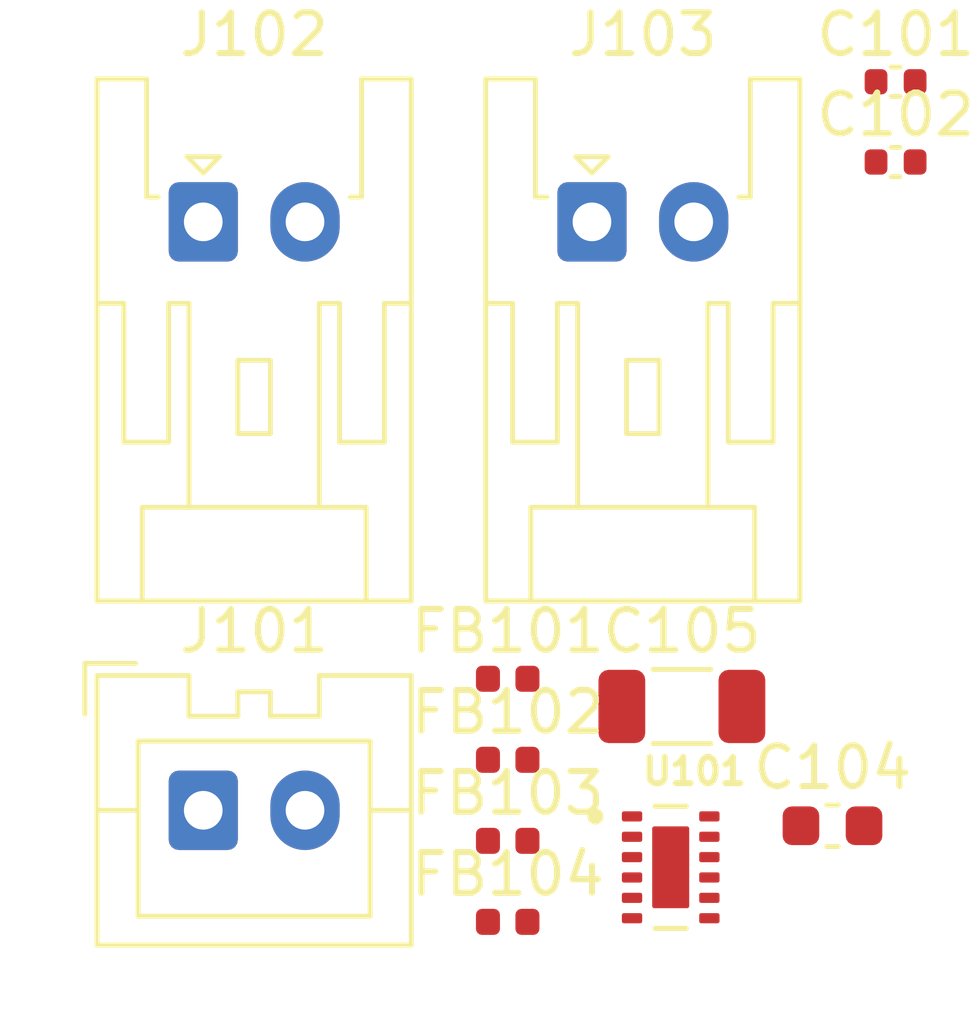
<source format=kicad_pcb>
(kicad_pcb (version 20240108) (generator "pcbnew") (generator_version "8.0")
  (layers (0 "F.Cu" signal) (31 "B.Cu" signal) (34 "B.Paste" user) (35 "F.Paste" user) (36 "B.SilkS" user "B.Silkscreen") (37 "F.SilkS" user "F.Silkscreen") (38 "B.Mask" user) (39 "F.Mask" user) (44 "Edge.Cuts" user))
  (net 0 "")
  (net 1 "GND")
  (net 2 "Net-(J101-Pin_1)")
  (net 3 "/VDD")
  (net 4 "Net-(J102-Pin_1)")
  (net 5 "AOUT1")
  (net 6 "Net-(J102-Pin_2)")
  (net 7 "AOUT2")
  (net 8 "Net-(J103-Pin_1)")
  (net 9 "BOUT1")
  (net 10 "Net-(J103-Pin_2)")
  (net 11 "BOUT2")
  (net 12 "/BIN1")
  (net 13 "/BIN2")
  (net 14 "/AIN2")
  (net 15 "/AIN1")
  (footprint "Capacitor_SMD:C_1206_3216Metric" (layer "F.Cu") (at 148.095 99.26)
    (property "Reference" "C105" (at 0 -1.85 0) (layer "F.SilkS"))
    (property "Value" "100u")
    (fp_line (start -0.711252 -0.91) (end 0.711252 -0.91) (stroke (width 0.12)) (layer "F.SilkS"))
    (fp_line (start -0.711252 0.91) (end 0.711252 0.91) (stroke (width 0.12)) (layer "F.SilkS"))
    (pad "1" smd roundrect (at -1.475 0) (size 1.15 1.8) (layers "F.Cu" "F.Paste" "F.Mask") (roundrect_rratio 0.217391) (net 2 "Net-(J101-Pin_1)"))
    (pad "2" smd roundrect (at 1.475 0) (size 1.15 1.8) (layers "F.Cu" "F.Paste" "F.Mask") (roundrect_rratio 0.217391) (net 1 "GND"))
  )
  (footprint "Capacitor_SMD:C_0603_1608Metric" (layer "F.Cu") (at 151.795 102.19)
    (property "Reference" "C104" (at 0 -1.43 0) (layer "F.SilkS"))
    (property "Value" "10u")
    (fp_line (start -0.14058 -0.51) (end 0.14058 -0.51) (stroke (width 0.12)) (layer "F.SilkS"))
    (fp_line (start -0.14058 0.51) (end 0.14058 0.51) (stroke (width 0.12)) (layer "F.SilkS"))
    (pad "1" smd roundrect (at -0.775 0) (size 0.9 0.95) (layers "F.Cu" "F.Paste" "F.Mask") (net 2 "Net-(J101-Pin_1)"))
    (pad "2" smd roundrect (at 0.775 0) (size 0.9 0.95) (layers "F.Cu" "F.Paste" "F.Mask") (net 1 "GND"))
  )
  (footprint "Connector_JST:JST_XA_B02B-XASK-1_1x02_P2.50mm_Vertical" (layer "F.Cu") (at 136.335 101.81)
    (property "Reference" "J101" (at 1.25 -4.4 0) (layer "F.SilkS"))
    (property "Value" "Conn_01x02_Pin")
    (fp_line (start -2.91 -3.61) (end -2.91 -2.36) (stroke (width 0.12)) (layer "F.SilkS"))
    (fp_line (start -2.61 -3.31) (end -2.61 3.31) (stroke (width 0.12)) (layer "F.SilkS"))
    (fp_line (start -2.61 0) (end -1.6 0) (stroke (width 0.12)) (layer "F.SilkS"))
    (fp_line (start -2.61 3.31) (end 5.11 3.31) (stroke (width 0.12)) (layer "F.SilkS"))
    (fp_line (start -1.66 -3.61) (end -2.91 -3.61) (stroke (width 0.12)) (layer "F.SilkS"))
    (fp_line (start -1.6 -1.7) (end -1.6 2.6) (stroke (width 0.12)) (layer "F.SilkS"))
    (fp_line (start -1.6 2.6) (end 4.1 2.6) (stroke (width 0.12)) (layer "F.SilkS"))
    (fp_line (start -0.35 -3.31) (end -2.61 -3.31) (stroke (width 0.12)) (layer "F.SilkS"))
    (fp_line (start -0.35 -2.31) (end -0.35 -3.31) (stroke (width 0.12)) (layer "F.SilkS"))
    (fp_line (start 0.85 -2.91) (end 0.85 -2.31) (stroke (width 0.12)) (layer "F.SilkS"))
    (fp_line (start 0.85 -2.31) (end -0.35 -2.31) (stroke (width 0.12)) (layer "F.SilkS"))
    (fp_line (start 1.65 -2.91) (end 0.85 -2.91) (stroke (width 0.12)) (layer "F.SilkS"))
    (fp_line (start 1.65 -2.31) (end 1.65 -2.91) (stroke (width 0.12)) (layer "F.SilkS"))
    (fp_line (start 2.85 -3.31) (end 2.85 -2.31) (stroke (width 0.12)) (layer "F.SilkS"))
    (fp_line (start 2.85 -2.31) (end 1.65 -2.31) (stroke (width 0.12)) (layer "F.SilkS"))
    (fp_line (start 4.1 -1.7) (end -1.6 -1.7) (stroke (width 0.12)) (layer "F.SilkS"))
    (fp_line (start 4.1 2.6) (end 4.1 -1.7) (stroke (width 0.12)) (layer "F.SilkS"))
    (fp_line (start 5.11 -3.31) (end 2.85 -3.31) (stroke (width 0.12)) (layer "F.SilkS"))
    (fp_line (start 5.11 0) (end 4.1 0) (stroke (width 0.12)) (layer "F.SilkS"))
    (fp_line (start 5.11 3.31) (end 5.11 -3.31) (stroke (width 0.12)) (layer "F.SilkS"))
    (pad "1" thru_hole roundrect (at 0 0) (size 1.7 1.95) (drill 0.95) (layers "*.Cu" "*.Mask") (roundrect_rratio 0.147059) (net 2 "Net-(J101-Pin_1)"))
    (pad "2" thru_hole oval (at 2.5 0) (size 1.7 1.95) (drill 0.95) (layers "*.Cu" "*.Mask") (net 1 "GND"))
  )
  (footprint "Connector_JST:JST_XA_S02B-XASK-1N-BN_1x02_P2.50mm_Horizontal" (layer "F.Cu") (at 145.885 87.36)
    (property "Reference" "J103" (at 1.25 -4.6 0) (layer "F.SilkS"))
    (property "Value" "Conn_01x02_Pin")
    (fp_line (start -2.61 -3.51) (end -2.61 9.31) (stroke (width 0.12)) (layer "F.SilkS"))
    (fp_line (start -2.61 9.31) (end 5.11 9.31) (stroke (width 0.12)) (layer "F.SilkS"))
    (fp_line (start -1.95 2) (end -2.61 2) (stroke (width 0.12)) (layer "F.SilkS"))
    (fp_line (start -1.95 5.41) (end -1.95 2) (stroke (width 0.12)) (layer "F.SilkS"))
    (fp_line (start -1.5 7.01) (end 4 7.01) (stroke (width 0.12)) (layer "F.SilkS"))
    (fp_line (start -1.5 9.31) (end -1.5 7.01) (stroke (width 0.12)) (layer "F.SilkS"))
    (fp_line (start -1.39 -3.51) (end -2.61 -3.51) (stroke (width 0.12)) (layer "F.SilkS"))
    (fp_line (start -1.39 -0.61) (end -1.39 -3.51) (stroke (width 0.12)) (layer "F.SilkS"))
    (fp_line (start -1.11 -0.61) (end -1.39 -0.61) (stroke (width 0.12)) (layer "F.SilkS"))
    (fp_line (start -0.85 2) (end -0.85 5.41) (stroke (width 0.12)) (layer "F.SilkS"))
    (fp_line (start -0.85 5.41) (end -1.95 5.41) (stroke (width 0.12)) (layer "F.SilkS"))
    (fp_line (start -0.4 -1.6) (end 0.4 -1.6) (stroke (width 0.12)) (layer "F.SilkS"))
    (fp_line (start -0.35 2) (end -0.85 2) (stroke (width 0.12)) (layer "F.SilkS"))
    (fp_line (start -0.35 7.01) (end -0.35 2) (stroke (width 0.12)) (layer "F.SilkS"))
    (fp_line (start 0 -1.2) (end -0.4 -1.6) (stroke (width 0.12)) (layer "F.SilkS"))
    (fp_line (start 0.4 -1.6) (end 0 -1.2) (stroke (width 0.12)) (layer "F.SilkS"))
    (fp_line (start 0.85 3.4) (end 1.65 3.4) (stroke (width 0.12)) (layer "F.SilkS"))
    (fp_line (start 0.85 5.2) (end 0.85 3.4) (stroke (width 0.12)) (layer "F.SilkS"))
    (fp_line (start 1.65 3.4) (end 1.65 5.2) (stroke (width 0.12)) (layer "F.SilkS"))
    (fp_line (start 1.65 5.2) (end 0.85 5.2) (stroke (width 0.12)) (layer "F.SilkS"))
    (fp_line (start 2.85 2) (end 3.35 2) (stroke (width 0.12)) (layer "F.SilkS"))
    (fp_line (start 2.85 7.01) (end 2.85 2) (stroke (width 0.12)) (layer "F.SilkS"))
    (fp_line (start 3.35 2) (end 3.35 5.41) (stroke (width 0.12)) (layer "F.SilkS"))
    (fp_line (start 3.35 5.41) (end 4.45 5.41) (stroke (width 0.12)) (layer "F.SilkS"))
    (fp_line (start 3.89 -3.51) (end 3.89 -0.61) (stroke (width 0.12)) (layer "F.SilkS"))
    (fp_line (start 3.89 -0.61) (end 3.61 -0.61) (stroke (width 0.12)) (layer "F.SilkS"))
    (fp_line (start 4 7.01) (end 4 9.31) (stroke (width 0.12)) (layer "F.SilkS"))
    (fp_line (start 4.45 2) (end 5.11 2) (stroke (width 0.12)) (layer "F.SilkS"))
    (fp_line (start 4.45 5.41) (end 4.45 2) (stroke (width 0.12)) (layer "F.SilkS"))
    (fp_line (start 5.11 -3.51) (end 3.89 -3.51) (stroke (width 0.12)) (layer "F.SilkS"))
    (fp_line (start 5.11 9.31) (end 5.11 -3.51) (stroke (width 0.12)) (layer "F.SilkS"))
    (pad "1" thru_hole roundrect (at 0 0) (size 1.7 1.95) (drill 0.95) (layers "*.Cu" "*.Mask") (roundrect_rratio 0.147059) (net 8 "Net-(J103-Pin_1)"))
    (pad "2" thru_hole oval (at 2.5 0) (size 1.7 1.95) (drill 0.95) (layers "*.Cu" "*.Mask") (net 10 "Net-(J103-Pin_2)"))
  )
  (footprint "Connector_JST:JST_XA_S02B-XASK-1N-BN_1x02_P2.50mm_Horizontal" (layer "F.Cu") (at 136.335 87.36)
    (property "Reference" "J102" (at 1.25 -4.6 0) (layer "F.SilkS"))
    (property "Value" "Conn_01x02_Pin")
    (fp_line (start -2.61 -3.51) (end -2.61 9.31) (stroke (width 0.12)) (layer "F.SilkS"))
    (fp_line (start -2.61 9.31) (end 5.11 9.31) (stroke (width 0.12)) (layer "F.SilkS"))
    (fp_line (start -1.95 2) (end -2.61 2) (stroke (width 0.12)) (layer "F.SilkS"))
    (fp_line (start -1.95 5.41) (end -1.95 2) (stroke (width 0.12)) (layer "F.SilkS"))
    (fp_line (start -1.5 7.01) (end 4 7.01) (stroke (width 0.12)) (layer "F.SilkS"))
    (fp_line (start -1.5 9.31) (end -1.5 7.01) (stroke (width 0.12)) (layer "F.SilkS"))
    (fp_line (start -1.39 -3.51) (end -2.61 -3.51) (stroke (width 0.12)) (layer "F.SilkS"))
    (fp_line (start -1.39 -0.61) (end -1.39 -3.51) (stroke (width 0.12)) (layer "F.SilkS"))
    (fp_line (start -1.11 -0.61) (end -1.39 -0.61) (stroke (width 0.12)) (layer "F.SilkS"))
    (fp_line (start -0.85 2) (end -0.85 5.41) (stroke (width 0.12)) (layer "F.SilkS"))
    (fp_line (start -0.85 5.41) (end -1.95 5.41) (stroke (width 0.12)) (layer "F.SilkS"))
    (fp_line (start -0.4 -1.6) (end 0.4 -1.6) (stroke (width 0.12)) (layer "F.SilkS"))
    (fp_line (start -0.35 2) (end -0.85 2) (stroke (width 0.12)) (layer "F.SilkS"))
    (fp_line (start -0.35 7.01) (end -0.35 2) (stroke (width 0.12)) (layer "F.SilkS"))
    (fp_line (start 0 -1.2) (end -0.4 -1.6) (stroke (width 0.12)) (layer "F.SilkS"))
    (fp_line (start 0.4 -1.6) (end 0 -1.2) (stroke (width 0.12)) (layer "F.SilkS"))
    (fp_line (start 0.85 3.4) (end 1.65 3.4) (stroke (width 0.12)) (layer "F.SilkS"))
    (fp_line (start 0.85 5.2) (end 0.85 3.4) (stroke (width 0.12)) (layer "F.SilkS"))
    (fp_line (start 1.65 3.4) (end 1.65 5.2) (stroke (width 0.12)) (layer "F.SilkS"))
    (fp_line (start 1.65 5.2) (end 0.85 5.2) (stroke (width 0.12)) (layer "F.SilkS"))
    (fp_line (start 2.85 2) (end 3.35 2) (stroke (width 0.12)) (layer "F.SilkS"))
    (fp_line (start 2.85 7.01) (end 2.85 2) (stroke (width 0.12)) (layer "F.SilkS"))
    (fp_line (start 3.35 2) (end 3.35 5.41) (stroke (width 0.12)) (layer "F.SilkS"))
    (fp_line (start 3.35 5.41) (end 4.45 5.41) (stroke (width 0.12)) (layer "F.SilkS"))
    (fp_line (start 3.89 -3.51) (end 3.89 -0.61) (stroke (width 0.12)) (layer "F.SilkS"))
    (fp_line (start 3.89 -0.61) (end 3.61 -0.61) (stroke (width 0.12)) (layer "F.SilkS"))
    (fp_line (start 4 7.01) (end 4 9.31) (stroke (width 0.12)) (layer "F.SilkS"))
    (fp_line (start 4.45 2) (end 5.11 2) (stroke (width 0.12)) (layer "F.SilkS"))
    (fp_line (start 4.45 5.41) (end 4.45 2) (stroke (width 0.12)) (layer "F.SilkS"))
    (fp_line (start 5.11 -3.51) (end 3.89 -3.51) (stroke (width 0.12)) (layer "F.SilkS"))
    (fp_line (start 5.11 9.31) (end 5.11 -3.51) (stroke (width 0.12)) (layer "F.SilkS"))
    (pad "1" thru_hole roundrect (at 0 0) (size 1.7 1.95) (drill 0.95) (layers "*.Cu" "*.Mask") (roundrect_rratio 0.147059) (net 4 "Net-(J102-Pin_1)"))
    (pad "2" thru_hole oval (at 2.5 0) (size 1.7 1.95) (drill 0.95) (layers "*.Cu" "*.Mask") (net 6 "Net-(J102-Pin_2)"))
  )
  (footprint "Inductor_SMD:L_0402_1005Metric" (layer "F.Cu") (at 143.815 98.58)
    (property "Reference" "FB101" (at 0 -1.17 0) (layer "F.SilkS"))
    (property "Value" "FerriteBead")
    (pad "1" smd roundrect (at -0.485 0) (size 0.59 0.64) (layers "F.Cu" "F.Paste" "F.Mask") (net 5 "AOUT1"))
    (pad "2" smd roundrect (at 0.485 0) (size 0.59 0.64) (layers "F.Cu" "F.Paste" "F.Mask") (net 4 "Net-(J102-Pin_1)"))
  )
  (footprint "Inductor_SMD:L_0402_1005Metric" (layer "F.Cu") (at 143.815 102.56)
    (property "Reference" "FB103" (at 0 -1.17 0) (layer "F.SilkS"))
    (property "Value" "FerriteBead")
    (pad "1" smd roundrect (at -0.485 0) (size 0.59 0.64) (layers "F.Cu" "F.Paste" "F.Mask") (net 9 "BOUT1"))
    (pad "2" smd roundrect (at 0.485 0) (size 0.59 0.64) (layers "F.Cu" "F.Paste" "F.Mask") (net 8 "Net-(J103-Pin_1)"))
  )
  (footprint "Inductor_SMD:L_0402_1005Metric" (layer "F.Cu") (at 143.815 104.55)
    (property "Reference" "FB104" (at 0 -1.17 0) (layer "F.SilkS"))
    (property "Value" "FerriteBead")
    (pad "1" smd roundrect (at -0.485 0) (size 0.59 0.64) (layers "F.Cu" "F.Paste" "F.Mask") (net 11 "BOUT2"))
    (pad "2" smd roundrect (at 0.485 0) (size 0.59 0.64) (layers "F.Cu" "F.Paste" "F.Mask") (net 10 "Net-(J103-Pin_2)"))
  )
  (footprint "Capacitor_SMD:C_0402_1005Metric" (layer "F.Cu") (at 153.345 83.92)
    (property "Reference" "C101" (at 0 -1.16 0) (layer "F.SilkS"))
    (property "Value" "100n")
    (fp_line (start -0.107836 -0.36) (end 0.107836 -0.36) (stroke (width 0.12)) (layer "F.SilkS"))
    (fp_line (start -0.107836 0.36) (end 0.107836 0.36) (stroke (width 0.12)) (layer "F.SilkS"))
    (pad "1" smd roundrect (at -0.48 0) (size 0.56 0.62) (layers "F.Cu" "F.Paste" "F.Mask") (net 2 "Net-(J101-Pin_1)"))
    (pad "2" smd roundrect (at 0.48 0) (size 0.56 0.62) (layers "F.Cu" "F.Paste" "F.Mask") (net 1 "GND"))
  )
  (footprint "Inductor_SMD:L_0402_1005Metric" (layer "F.Cu") (at 143.815 100.57)
    (property "Reference" "FB102" (at 0 -1.17 0) (layer "F.SilkS"))
    (property "Value" "FerriteBead")
    (pad "1" smd roundrect (at -0.485 0) (size 0.59 0.64) (layers "F.Cu" "F.Paste" "F.Mask") (net 7 "AOUT2"))
    (pad "2" smd roundrect (at 0.485 0) (size 0.59 0.64) (layers "F.Cu" "F.Paste" "F.Mask") (net 6 "Net-(J102-Pin_2)"))
  )
  (footprint "WOBCLibrary:SON50P300X200X80-13N" (layer "F.Cu") (at 147.82 103.21)
    (property "Reference" "U101" (at 0.582 -2.3564 0) (layer "F.SilkS") (effects (font (size 0.64 0.64))))
    (property "Value" "~")
    (fp_line (start -0.38 -1.5) (end 0.38 -1.5) (stroke (width 0.127)) (layer "F.SilkS"))
    (fp_line (start -0.38 1.5) (end 0.38 1.5) (stroke (width 0.127)) (layer "F.SilkS"))
    (fp_circle (center -1.85 -1.25) (end -1.75 -1.25) (stroke (width 0.2)) (fill none) (layer "F.SilkS"))
    (pad "1" smd roundrect (at -0.95 -1.25) (size 0.5 0.25) (layers "F.Cu" "F.Paste") (roundrect_rratio 0.2) (net 2 "Net-(J101-Pin_1)"))
    (pad "2" smd roundrect (at -0.95 -0.75) (size 0.5 0.25) (layers "F.Cu" "F.Paste") (roundrect_rratio 0.2) (net 5 "AOUT1"))
    (pad "3" smd roundrect (at -0.95 -0.25) (size 0.5 0.25) (layers "F.Cu" "F.Paste") (roundrect_rratio 0.2) (net 7 "AOUT2"))
    (pad "4" smd roundrect (at -0.95 0.25) (size 0.5 0.25) (layers "F.Cu" "F.Paste") (roundrect_rratio 0.2) (net 9 "BOUT1"))
    (pad "5" smd roundrect (at -0.95 0.75) (size 0.5 0.25) (layers "F.Cu" "F.Paste") (roundrect_rratio 0.2) (net 11 "BOUT2"))
    (pad "6" smd roundrect (at -0.95 1.25) (size 0.5 0.25) (layers "F.Cu" "F.Paste") (roundrect_rratio 0.2) (net 1 "GND"))
    (pad "7" smd roundrect (at 0.95 1.25) (size 0.5 0.25) (layers "F.Cu" "F.Paste") (roundrect_rratio 0.2) (net 13 "/BIN2"))
    (pad "8" smd roundrect (at 0.95 0.75) (size 0.5 0.25) (layers "F.Cu" "F.Paste") (roundrect_rratio 0.2) (net 12 "/BIN1"))
    (pad "9" smd roundrect (at 0.95 0.25) (size 0.5 0.25) (layers "F.Cu" "F.Paste") (roundrect_rratio 0.2) (net 14 "/AIN2"))
    (pad "10" smd roundrect (at 0.95 -0.25) (size 0.5 0.25) (layers "F.Cu" "F.Paste") (roundrect_rratio 0.2) (net 15 "/AIN1"))
    (pad "11" smd roundrect (at 0.95 -0.75) (size 0.5 0.25) (layers "F.Cu" "F.Paste") (roundrect_rratio 0.2) (net 1 "GND"))
    (pad "12" smd roundrect (at 0.95 -1.25) (size 0.5 0.25) (layers "F.Cu" "F.Paste") (roundrect_rratio 0.2) (net 3 "/VDD"))
    (pad "13" smd custom (at 0 0) (size 0.5 0.5) (layers "F.Cu") (net 1 "GND") (options (clearance outline) (anchor rect)) (primitives (gr_poly (pts (xy 0.4 -1) (xy -0.4 -1) (xy -0.403 -1) (xy -0.405 -1) (xy -0.408 -0.999) (xy -0.41 -0.999) (xy -0.413 -0.998) (xy -0.415 -0.998) (xy -0.418 -0.997) (xy -0.42 -0.996) (xy -0.423 -0.995) (xy -0.425 -0.993) (xy -0.427 -0.992) (xy -0.429 -0.99) (xy -0.431 -0.989) (xy -0.433 -0.987) (xy -0.435 -0.985) (xy -0.437 -0.983) (xy -0.439 -0.981) (xy -0.44 -0.979) (xy -0.442 -0.977) (xy -0.443 -0.975) (xy -0.445 -0.973) (xy -0.446 -0.97) (xy -0.447 -0.968) (xy -0.448 -0.965) (xy -0.448 -0.963) (xy -0.449 -0.96) (xy -0.449 -0.958) (xy -0.45 -0.955) (xy -0.45 -0.953) (xy -0.45 -0.95) (xy -0.45 0.95) (xy -0.45 0.953) (xy -0.45 0.955) (xy -0.449 0.958) (xy -0.449 0.96) (xy -0.448 0.963) (xy -0.448 0.965) (xy -0.447 0.968) (xy -0.446 0.97) (xy -0.445 0.973) (xy -0.443 0.975) (xy -0.442 0.977) (xy -0.44 0.979) (xy -0.439 0.981) (xy -0.437 0.983) (xy -0.435 0.985) (xy -0.433 0.987) (xy -0.431 0.989) (xy -0.429 0.99) (xy -0.427 0.992) (xy -0.425 0.993) (xy -0.423 0.995) (xy -0.42 0.996) (xy -0.418 0.997) (xy -0.415 0.998) (xy -0.413 0.998) (xy -0.41 0.999) (xy -0.408 0.999) (xy -0.405 1) (xy -0.403 1) (xy -0.4 1) (xy 0.4 1) (xy 0.403 1) (xy 0.405 1) (xy 0.408 0.999) (xy 0.41 0.999) (xy 0.413 0.998) (xy 0.415 0.998) (xy 0.418 0.997) (xy 0.42 0.996) (xy 0.423 0.995) (xy 0.425 0.993) (xy 0.427 0.992) (xy 0.429 0.99) (xy 0.431 0.989) (xy 0.433 0.987) (xy 0.435 0.985) (xy 0.437 0.983) (xy 0.439 0.981) (xy 0.44 0.979) (xy 0.442 0.977) (xy 0.443 0.975) (xy 0.445 0.973) (xy 0.446 0.97) (xy 0.447 0.968) (xy 0.448 0.965) (xy 0.448 0.963) (xy 0.449 0.96) (xy 0.449 0.958) (xy 0.45 0.955) (xy 0.45 0.953) (xy 0.45 0.95) (xy 0.45 -0.95) (xy 0.45 -0.953) (xy 0.45 -0.955) (xy 0.449 -0.958) (xy 0.449 -0.96) (xy 0.448 -0.963) (xy 0.448 -0.965) (xy 0.447 -0.968) (xy 0.446 -0.97) (xy 0.445 -0.973) (xy 0.443 -0.975) (xy 0.442 -0.977) (xy 0.44 -0.979) (xy 0.439 -0.981) (xy 0.437 -0.983) (xy 0.435 -0.985) (xy 0.433 -0.987) (xy 0.431 -0.989) (xy 0.429 -0.99) (xy 0.427 -0.992) (xy 0.425 -0.993) (xy 0.423 -0.995) (xy 0.42 -0.996) (xy 0.418 -0.997) (xy 0.415 -0.998) (xy 0.413 -0.998) (xy 0.41 -0.999) (xy 0.408 -0.999) (xy 0.405 -1) (xy 0.403 -1) (xy 0.4 -1)) (width 0.01) (fill yes))))
  )
  (footprint "Capacitor_SMD:C_0402_1005Metric" (layer "F.Cu") (at 153.345 85.89)
    (property "Reference" "C102" (at 0 -1.16 0) (layer "F.SilkS"))
    (property "Value" "100n")
    (fp_line (start -0.107836 -0.36) (end 0.107836 -0.36) (stroke (width 0.12)) (layer "F.SilkS"))
    (fp_line (start -0.107836 0.36) (end 0.107836 0.36) (stroke (width 0.12)) (layer "F.SilkS"))
    (pad "1" smd roundrect (at -0.48 0) (size 0.56 0.62) (layers "F.Cu" "F.Paste" "F.Mask") (net 3 "/VDD"))
    (pad "2" smd roundrect (at 0.48 0) (size 0.56 0.62) (layers "F.Cu" "F.Paste" "F.Mask") (net 1 "GND"))
  )
)
</source>
